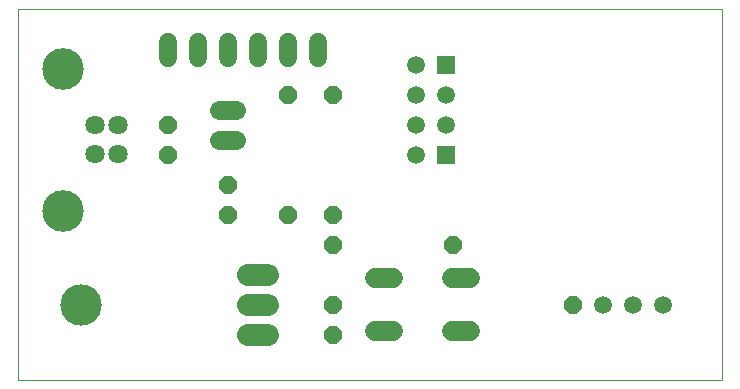
<source format=gbs>
G04 EAGLE Gerber RS-274X export*
G75*
%MOMM*%
%FSLAX34Y34*%
%LPD*%
%INLötstopmaske Lötseite*%
%IPPOS*%
%AMOC8*
5,1,8,0,0,1.08239X$1,22.5*%
G01*
%ADD10C,0.000000*%
%ADD11R,1.511200X1.511200*%
%ADD12C,1.511200*%
%ADD13C,3.519200*%
%ADD14C,1.631200*%
%ADD15P,1.649562X8X112.500000*%
%ADD16P,1.649562X8X292.500000*%
%ADD17C,1.524000*%
%ADD18P,1.635708X8X22.500000*%
%ADD19C,1.727200*%
%ADD20P,1.649562X8X202.500000*%
%ADD21C,1.625600*%
%ADD22C,1.879600*%
%ADD23C,3.505200*%


D10*
X0Y698500D02*
X596700Y698500D01*
X596700Y1012700D01*
X0Y1012700D01*
X0Y698500D01*
D11*
X362725Y965350D03*
X362725Y889150D03*
D12*
X362725Y939950D03*
X362725Y914550D03*
X337325Y914550D03*
X337325Y939950D03*
X337325Y965350D03*
X337325Y889150D03*
D13*
X38100Y961900D03*
X38100Y841500D03*
D14*
X85200Y914200D03*
X65200Y914200D03*
X85200Y889200D03*
X65200Y889200D03*
D15*
X127000Y889000D03*
X127000Y914400D03*
D16*
X266700Y762000D03*
X266700Y736600D03*
D17*
X127000Y971296D02*
X127000Y984504D01*
X152400Y984504D02*
X152400Y971296D01*
X177800Y971296D02*
X177800Y984504D01*
X203200Y984504D02*
X203200Y971296D01*
X228600Y971296D02*
X228600Y984504D01*
X254000Y984504D02*
X254000Y971296D01*
D18*
X469900Y762000D03*
D12*
X495300Y762000D03*
X520700Y762000D03*
X546100Y762000D03*
D15*
X177800Y838200D03*
X177800Y863600D03*
D16*
X228600Y939800D03*
X228600Y838200D03*
D19*
X302768Y784606D02*
X318008Y784606D01*
X318008Y739394D02*
X302768Y739394D01*
X367792Y784606D02*
X383032Y784606D01*
X383032Y739394D02*
X367792Y739394D01*
D20*
X368300Y812800D03*
X266700Y812800D03*
D16*
X266700Y939800D03*
X266700Y838200D03*
D21*
X184912Y927100D02*
X170688Y927100D01*
X170688Y901700D02*
X184912Y901700D01*
D22*
X194818Y736600D02*
X211582Y736600D01*
X211582Y762000D02*
X194818Y762000D01*
X194818Y787400D02*
X211582Y787400D01*
D10*
X36830Y762000D02*
X36835Y762405D01*
X36850Y762810D01*
X36875Y763215D01*
X36910Y763618D01*
X36954Y764021D01*
X37009Y764423D01*
X37073Y764823D01*
X37147Y765221D01*
X37231Y765617D01*
X37325Y766012D01*
X37428Y766403D01*
X37541Y766793D01*
X37663Y767179D01*
X37795Y767562D01*
X37936Y767942D01*
X38087Y768318D01*
X38246Y768691D01*
X38415Y769059D01*
X38593Y769423D01*
X38779Y769783D01*
X38975Y770138D01*
X39179Y770488D01*
X39391Y770833D01*
X39612Y771172D01*
X39842Y771507D01*
X40079Y771835D01*
X40324Y772157D01*
X40578Y772474D01*
X40838Y772784D01*
X41107Y773087D01*
X41383Y773384D01*
X41666Y773674D01*
X41956Y773957D01*
X42253Y774233D01*
X42556Y774502D01*
X42866Y774762D01*
X43183Y775016D01*
X43505Y775261D01*
X43833Y775498D01*
X44168Y775728D01*
X44507Y775949D01*
X44852Y776161D01*
X45202Y776365D01*
X45557Y776561D01*
X45917Y776747D01*
X46281Y776925D01*
X46649Y777094D01*
X47022Y777253D01*
X47398Y777404D01*
X47778Y777545D01*
X48161Y777677D01*
X48547Y777799D01*
X48937Y777912D01*
X49328Y778015D01*
X49723Y778109D01*
X50119Y778193D01*
X50517Y778267D01*
X50917Y778331D01*
X51319Y778386D01*
X51722Y778430D01*
X52125Y778465D01*
X52530Y778490D01*
X52935Y778505D01*
X53340Y778510D01*
X53745Y778505D01*
X54150Y778490D01*
X54555Y778465D01*
X54958Y778430D01*
X55361Y778386D01*
X55763Y778331D01*
X56163Y778267D01*
X56561Y778193D01*
X56957Y778109D01*
X57352Y778015D01*
X57743Y777912D01*
X58133Y777799D01*
X58519Y777677D01*
X58902Y777545D01*
X59282Y777404D01*
X59658Y777253D01*
X60031Y777094D01*
X60399Y776925D01*
X60763Y776747D01*
X61123Y776561D01*
X61478Y776365D01*
X61828Y776161D01*
X62173Y775949D01*
X62512Y775728D01*
X62847Y775498D01*
X63175Y775261D01*
X63497Y775016D01*
X63814Y774762D01*
X64124Y774502D01*
X64427Y774233D01*
X64724Y773957D01*
X65014Y773674D01*
X65297Y773384D01*
X65573Y773087D01*
X65842Y772784D01*
X66102Y772474D01*
X66356Y772157D01*
X66601Y771835D01*
X66838Y771507D01*
X67068Y771172D01*
X67289Y770833D01*
X67501Y770488D01*
X67705Y770138D01*
X67901Y769783D01*
X68087Y769423D01*
X68265Y769059D01*
X68434Y768691D01*
X68593Y768318D01*
X68744Y767942D01*
X68885Y767562D01*
X69017Y767179D01*
X69139Y766793D01*
X69252Y766403D01*
X69355Y766012D01*
X69449Y765617D01*
X69533Y765221D01*
X69607Y764823D01*
X69671Y764423D01*
X69726Y764021D01*
X69770Y763618D01*
X69805Y763215D01*
X69830Y762810D01*
X69845Y762405D01*
X69850Y762000D01*
X69845Y761595D01*
X69830Y761190D01*
X69805Y760785D01*
X69770Y760382D01*
X69726Y759979D01*
X69671Y759577D01*
X69607Y759177D01*
X69533Y758779D01*
X69449Y758383D01*
X69355Y757988D01*
X69252Y757597D01*
X69139Y757207D01*
X69017Y756821D01*
X68885Y756438D01*
X68744Y756058D01*
X68593Y755682D01*
X68434Y755309D01*
X68265Y754941D01*
X68087Y754577D01*
X67901Y754217D01*
X67705Y753862D01*
X67501Y753512D01*
X67289Y753167D01*
X67068Y752828D01*
X66838Y752493D01*
X66601Y752165D01*
X66356Y751843D01*
X66102Y751526D01*
X65842Y751216D01*
X65573Y750913D01*
X65297Y750616D01*
X65014Y750326D01*
X64724Y750043D01*
X64427Y749767D01*
X64124Y749498D01*
X63814Y749238D01*
X63497Y748984D01*
X63175Y748739D01*
X62847Y748502D01*
X62512Y748272D01*
X62173Y748051D01*
X61828Y747839D01*
X61478Y747635D01*
X61123Y747439D01*
X60763Y747253D01*
X60399Y747075D01*
X60031Y746906D01*
X59658Y746747D01*
X59282Y746596D01*
X58902Y746455D01*
X58519Y746323D01*
X58133Y746201D01*
X57743Y746088D01*
X57352Y745985D01*
X56957Y745891D01*
X56561Y745807D01*
X56163Y745733D01*
X55763Y745669D01*
X55361Y745614D01*
X54958Y745570D01*
X54555Y745535D01*
X54150Y745510D01*
X53745Y745495D01*
X53340Y745490D01*
X52935Y745495D01*
X52530Y745510D01*
X52125Y745535D01*
X51722Y745570D01*
X51319Y745614D01*
X50917Y745669D01*
X50517Y745733D01*
X50119Y745807D01*
X49723Y745891D01*
X49328Y745985D01*
X48937Y746088D01*
X48547Y746201D01*
X48161Y746323D01*
X47778Y746455D01*
X47398Y746596D01*
X47022Y746747D01*
X46649Y746906D01*
X46281Y747075D01*
X45917Y747253D01*
X45557Y747439D01*
X45202Y747635D01*
X44852Y747839D01*
X44507Y748051D01*
X44168Y748272D01*
X43833Y748502D01*
X43505Y748739D01*
X43183Y748984D01*
X42866Y749238D01*
X42556Y749498D01*
X42253Y749767D01*
X41956Y750043D01*
X41666Y750326D01*
X41383Y750616D01*
X41107Y750913D01*
X40838Y751216D01*
X40578Y751526D01*
X40324Y751843D01*
X40079Y752165D01*
X39842Y752493D01*
X39612Y752828D01*
X39391Y753167D01*
X39179Y753512D01*
X38975Y753862D01*
X38779Y754217D01*
X38593Y754577D01*
X38415Y754941D01*
X38246Y755309D01*
X38087Y755682D01*
X37936Y756058D01*
X37795Y756438D01*
X37663Y756821D01*
X37541Y757207D01*
X37428Y757597D01*
X37325Y757988D01*
X37231Y758383D01*
X37147Y758779D01*
X37073Y759177D01*
X37009Y759577D01*
X36954Y759979D01*
X36910Y760382D01*
X36875Y760785D01*
X36850Y761190D01*
X36835Y761595D01*
X36830Y762000D01*
D23*
X53340Y762000D03*
M02*

</source>
